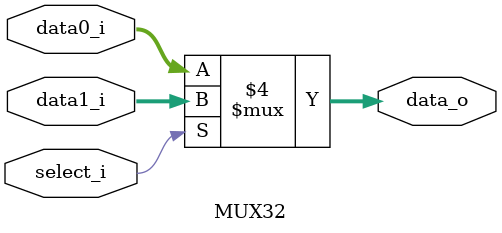
<source format=v>
module MUX32
(
    data0_i, data1_i,
    select_i,
    data_o
);

/* Ports */
input       [31:0]  data0_i, data1_i;
input               select_i;
output  reg [31:0]  data_o;

/* Multiplexer */
always @(*) begin
    if (select_i == 1'b1)
        data_o <= data1_i;
    else
        data_o <= data0_i;
end

endmodule

</source>
